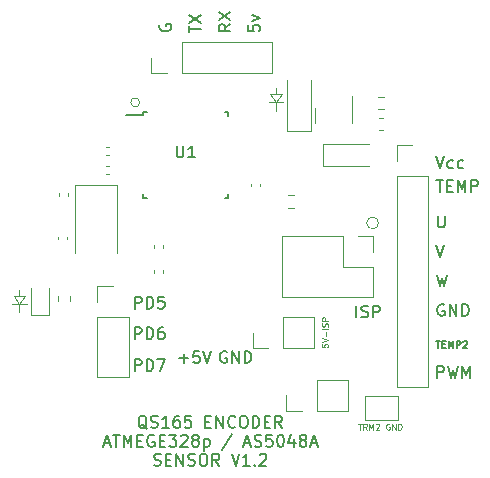
<source format=gbr>
%TF.GenerationSoftware,KiCad,Pcbnew,(6.0.7-1)-1*%
%TF.CreationDate,2023-01-06T18:56:56-05:00*%
%TF.ProjectId,atmega328,61746d65-6761-4333-9238-2e6b69636164,rev?*%
%TF.SameCoordinates,Original*%
%TF.FileFunction,Legend,Top*%
%TF.FilePolarity,Positive*%
%FSLAX46Y46*%
G04 Gerber Fmt 4.6, Leading zero omitted, Abs format (unit mm)*
G04 Created by KiCad (PCBNEW (6.0.7-1)-1) date 2023-01-06 18:56:56*
%MOMM*%
%LPD*%
G01*
G04 APERTURE LIST*
%ADD10C,0.150000*%
%ADD11C,0.120000*%
%ADD12C,0.125000*%
G04 APERTURE END LIST*
D10*
X157123809Y-109002380D02*
X157123809Y-108002380D01*
X157552380Y-108954761D02*
X157695238Y-109002380D01*
X157933333Y-109002380D01*
X158028571Y-108954761D01*
X158076190Y-108907142D01*
X158123809Y-108811904D01*
X158123809Y-108716666D01*
X158076190Y-108621428D01*
X158028571Y-108573809D01*
X157933333Y-108526190D01*
X157742857Y-108478571D01*
X157647619Y-108430952D01*
X157600000Y-108383333D01*
X157552380Y-108288095D01*
X157552380Y-108192857D01*
X157600000Y-108097619D01*
X157647619Y-108050000D01*
X157742857Y-108002380D01*
X157980952Y-108002380D01*
X158123809Y-108050000D01*
X158552380Y-109002380D02*
X158552380Y-108002380D01*
X158933333Y-108002380D01*
X159028571Y-108050000D01*
X159076190Y-108097619D01*
X159123809Y-108192857D01*
X159123809Y-108335714D01*
X159076190Y-108430952D01*
X159028571Y-108478571D01*
X158933333Y-108526190D01*
X158552380Y-108526190D01*
D11*
X150350000Y-90800000D02*
X150850000Y-90100000D01*
X150950000Y-90800000D02*
X150350000Y-90800000D01*
X149750000Y-90800000D02*
X150950000Y-90800000D01*
X149850000Y-90100000D02*
X150850000Y-90100000D01*
X149850000Y-90100000D02*
X150350000Y-90800000D01*
X150350000Y-90100000D02*
X150350000Y-89600000D01*
X150350000Y-89600000D02*
X150350000Y-90100000D01*
X150350000Y-91500000D02*
X150350000Y-90800000D01*
D12*
X154226190Y-111286904D02*
X154226190Y-111525000D01*
X154464285Y-111548809D01*
X154440476Y-111525000D01*
X154416666Y-111477380D01*
X154416666Y-111358333D01*
X154440476Y-111310714D01*
X154464285Y-111286904D01*
X154511904Y-111263095D01*
X154630952Y-111263095D01*
X154678571Y-111286904D01*
X154702380Y-111310714D01*
X154726190Y-111358333D01*
X154726190Y-111477380D01*
X154702380Y-111525000D01*
X154678571Y-111548809D01*
X154226190Y-111120238D02*
X154726190Y-110953571D01*
X154226190Y-110786904D01*
X154535714Y-110620238D02*
X154535714Y-110239285D01*
X154726190Y-110001190D02*
X154226190Y-110001190D01*
X154702380Y-109786904D02*
X154726190Y-109715476D01*
X154726190Y-109596428D01*
X154702380Y-109548809D01*
X154678571Y-109525000D01*
X154630952Y-109501190D01*
X154583333Y-109501190D01*
X154535714Y-109525000D01*
X154511904Y-109548809D01*
X154488095Y-109596428D01*
X154464285Y-109691666D01*
X154440476Y-109739285D01*
X154416666Y-109763095D01*
X154369047Y-109786904D01*
X154321428Y-109786904D01*
X154273809Y-109763095D01*
X154250000Y-109739285D01*
X154226190Y-109691666D01*
X154226190Y-109572619D01*
X154250000Y-109501190D01*
X154726190Y-109286904D02*
X154226190Y-109286904D01*
X154226190Y-109096428D01*
X154250000Y-109048809D01*
X154273809Y-109025000D01*
X154321428Y-109001190D01*
X154392857Y-109001190D01*
X154440476Y-109025000D01*
X154464285Y-109048809D01*
X154488095Y-109096428D01*
X154488095Y-109286904D01*
D10*
X164217860Y-96380950D02*
X164551190Y-95380950D01*
X165884530Y-95714280D02*
X166075000Y-95714280D01*
X142384290Y-95404760D02*
X142431900Y-95357140D01*
X145928570Y-84261900D02*
X145976190Y-84357140D01*
X165694050Y-95904760D02*
X165741670Y-95809520D01*
X138885710Y-107347620D02*
X138933330Y-107442860D01*
X139361900Y-113552380D02*
X139361900Y-112552380D01*
X145988100Y-112852380D02*
X146130960Y-112804760D01*
X143345240Y-112280950D02*
X143440480Y-112233330D01*
X148380950Y-84738090D02*
X148333330Y-84642860D01*
X165332150Y-111000000D02*
X165332150Y-111600000D01*
X138885710Y-110275950D02*
X138838100Y-110323570D01*
X164932150Y-111000000D02*
X165132150Y-111428570D01*
X165217860Y-96380950D02*
X165027380Y-96380950D01*
X166189290Y-111057140D02*
X166217860Y-111028570D01*
X139885710Y-113314290D02*
X139838100Y-113409520D01*
X143440480Y-112233330D02*
X143678570Y-112233330D01*
X148333330Y-84404760D02*
X148380950Y-84309520D01*
X139361900Y-107252380D02*
X139600000Y-107252380D01*
X145607150Y-112090480D02*
X145559530Y-112280950D01*
X139361900Y-112552380D02*
X139600000Y-112552380D01*
X139885710Y-110609290D02*
X139838100Y-110704520D01*
X164551190Y-108833330D02*
X164598810Y-108785710D01*
X164170240Y-107928570D02*
X164075000Y-108023810D01*
D11*
X128600000Y-108550000D02*
X128600000Y-107850000D01*
D10*
X165265480Y-98380950D02*
X164789290Y-98380950D01*
X166075000Y-108880950D02*
X166075000Y-107880950D01*
X166551190Y-108738090D02*
X166455960Y-108833330D01*
X138885710Y-107680950D02*
X138838100Y-107728570D01*
X167217860Y-97904760D02*
X166836910Y-97904760D01*
X138885710Y-109942620D02*
X138933330Y-110037860D01*
X143821430Y-111852380D02*
X143345240Y-111852380D01*
X139933330Y-110418810D02*
X139885710Y-110609290D01*
X166075000Y-95714280D02*
X166170240Y-95761900D01*
X140452380Y-84309520D02*
X140452380Y-84452380D01*
X146178570Y-112423810D02*
X145988100Y-112423810D01*
X148952380Y-83642860D02*
X148285710Y-83404760D01*
X164455960Y-107880950D02*
X164313100Y-107880950D01*
X143003330Y-94690480D02*
X142908100Y-94738100D01*
X142289050Y-95452380D02*
X142384290Y-95404760D01*
X139361900Y-108252380D02*
X139361900Y-107252380D01*
X139933330Y-113123810D02*
X139885710Y-113314290D01*
X164932150Y-95761900D02*
X165027380Y-95714280D01*
X165789290Y-95761900D02*
X165884530Y-95714280D01*
X164389290Y-111600000D02*
X164389290Y-111000000D01*
X138361900Y-109847380D02*
X138742860Y-109847380D01*
X147178570Y-112852380D02*
X147178570Y-111852380D01*
X164075000Y-108023810D02*
X164027380Y-108119050D01*
X146130960Y-112804760D02*
X146178570Y-112757140D01*
X165598810Y-108880950D02*
X165598810Y-107880950D01*
X148904760Y-84738090D02*
X148857140Y-84785710D01*
X148428570Y-84261900D02*
X148523810Y-84214290D01*
X166836910Y-98380950D02*
X166836910Y-97380950D01*
X139933330Y-107680950D02*
X139933330Y-107823810D01*
X140314290Y-110275950D02*
X140314290Y-110656900D01*
D11*
X138780000Y-90800000D02*
G75*
G03*
X138780000Y-90800000I-380000J0D01*
G01*
D10*
X165932150Y-111257140D02*
X165903570Y-111285710D01*
X164598810Y-101190470D02*
X164598810Y-100380950D01*
X147892860Y-111852380D02*
X148035720Y-111900000D01*
X148226190Y-112423810D02*
X148178570Y-112614290D01*
X145785710Y-84166670D02*
X145880950Y-84214290D01*
X165741670Y-95809520D02*
X165789290Y-95761900D01*
X142431900Y-95357140D02*
X142479520Y-95261900D01*
X140885710Y-110656900D02*
X140885710Y-110418810D01*
X143297620Y-112328570D02*
X143345240Y-112280950D01*
X148035720Y-111900000D02*
X148130960Y-111995240D01*
X145500000Y-84261900D02*
X145547620Y-84214290D01*
X143773810Y-112280950D02*
X143821430Y-112328570D01*
X144154760Y-111852380D02*
X144488100Y-112852380D01*
D11*
X128600000Y-106650000D02*
X128600000Y-107150000D01*
D10*
X145750000Y-111900000D02*
X145654760Y-111995240D01*
X146607150Y-112852380D02*
X146607150Y-111852380D01*
X148178570Y-112090480D02*
X148226190Y-112280950D01*
X165960720Y-111114280D02*
X165960720Y-111200000D01*
X140838100Y-110752140D02*
X140885710Y-110656900D01*
X164836910Y-95904760D02*
X164884530Y-95809520D01*
X148380950Y-84309520D02*
X148428570Y-84261900D01*
X164836910Y-96190470D02*
X164836910Y-95904760D01*
X140457140Y-109942620D02*
X140361900Y-110085480D01*
X143821430Y-112757140D02*
X143773810Y-112804760D01*
X164884530Y-96285710D02*
X164836910Y-96190470D01*
X166455960Y-108833330D02*
X166313100Y-108880950D01*
X139933330Y-107823810D02*
X139885710Y-108014290D01*
D11*
X128600000Y-107150000D02*
X128600000Y-106650000D01*
D10*
X140500000Y-84214290D02*
X140452380Y-84309520D01*
X165694050Y-97380950D02*
X166027380Y-98095240D01*
X146452380Y-84166670D02*
X145976190Y-84500000D01*
X148904760Y-84309520D02*
X148952380Y-84404760D01*
X148226190Y-112280950D02*
X148226190Y-112423810D01*
X140361900Y-107252380D02*
X140314290Y-107728570D01*
X165694050Y-96190470D02*
X165694050Y-95904760D01*
X140838100Y-107252380D02*
X140361900Y-107252380D01*
X140266670Y-112552380D02*
X140933330Y-112552380D01*
X165027380Y-96380950D02*
X164932150Y-96333330D01*
X139361900Y-110847380D02*
X139361900Y-109847380D01*
X143345240Y-112804760D02*
X143297620Y-112757140D01*
X164027380Y-108642860D02*
X164075000Y-108738090D01*
X140695240Y-107633330D02*
X140790480Y-107680950D01*
X141452380Y-84357140D02*
X141404760Y-84214290D01*
X139600000Y-107252380D02*
X139742860Y-107300000D01*
X143479520Y-95452380D02*
X142908100Y-95452380D01*
X145559530Y-112423810D02*
X145607150Y-112614290D01*
X165884530Y-96380950D02*
X165789290Y-96333330D01*
X140361900Y-110085480D02*
X140314290Y-110275950D01*
X165617860Y-111600000D02*
X165617860Y-111000000D01*
X164789290Y-97857140D02*
X165122620Y-97857140D01*
X163846430Y-111000000D02*
X164189290Y-111000000D01*
X166646430Y-108309520D02*
X166646430Y-108452380D01*
X164675000Y-111600000D02*
X164389290Y-111600000D01*
X138742860Y-112552380D02*
X138838100Y-112600000D01*
X166836910Y-97380950D02*
X167217860Y-97380950D01*
X164551190Y-106380950D02*
X164789290Y-105380950D01*
X166075000Y-107880950D02*
X166313100Y-107880950D01*
X167313100Y-97428570D02*
X167360720Y-97476190D01*
X146035720Y-111852380D02*
X145892860Y-111852380D01*
X166075000Y-96380950D02*
X165884530Y-96380950D01*
X148523810Y-84214290D02*
X148761900Y-84214290D01*
X142952380Y-84880950D02*
X142952380Y-84309520D01*
X164389290Y-111285710D02*
X164589290Y-111285710D01*
X143952380Y-84595240D02*
X142952380Y-84595240D01*
X140409520Y-110275950D02*
X140361900Y-110323570D01*
X139600000Y-109847380D02*
X139742860Y-109895000D01*
X144488100Y-112852380D02*
X144821430Y-111852380D01*
X165027380Y-95714280D02*
X165217860Y-95714280D01*
X138742860Y-110371190D02*
X138361900Y-110371190D01*
X138838100Y-113028570D02*
X138742860Y-113076190D01*
X148035720Y-112804760D02*
X147892860Y-112852380D01*
X166503570Y-111257140D02*
X166160720Y-111600000D01*
X145452380Y-84738100D02*
X145452380Y-84357140D01*
X167408340Y-97714280D02*
X167360720Y-97809520D01*
X140314290Y-107728570D02*
X140361900Y-107680950D01*
X166313100Y-108880950D02*
X166075000Y-108880950D01*
X139885710Y-108014290D02*
X139838100Y-108109520D01*
X140885710Y-108061900D02*
X140838100Y-108157140D01*
X164551190Y-107928570D02*
X164455960Y-107880950D01*
X145642860Y-84166670D02*
X145785710Y-84166670D01*
X139600000Y-113552380D02*
X139361900Y-113552380D01*
X166417860Y-111000000D02*
X166475000Y-111028570D01*
X167360720Y-97809520D02*
X167313100Y-97857140D01*
X166455960Y-107928570D02*
X166551190Y-108023810D01*
X148130960Y-111995240D02*
X148178570Y-112090480D01*
X166503570Y-111057140D02*
X166532150Y-111114280D01*
X142952380Y-84071430D02*
X143952380Y-83404760D01*
X139600000Y-112552380D02*
X139742860Y-112600000D01*
X146178570Y-112757140D02*
X146178570Y-112423810D01*
X138838100Y-110323570D02*
X138742860Y-110371190D01*
X165932150Y-111057140D02*
X165960720Y-111114280D01*
X143440480Y-112852380D02*
X143345240Y-112804760D01*
X165903570Y-111285710D02*
X165846430Y-111314280D01*
X140595240Y-84690480D02*
X140690480Y-84738090D01*
X166646430Y-108452380D02*
X166598810Y-108642860D01*
X139742860Y-110799760D02*
X139600000Y-110847380D01*
X140361900Y-110752140D02*
X140409520Y-110799760D01*
X138742860Y-107252380D02*
X138838100Y-107300000D01*
X145892860Y-111852380D02*
X145750000Y-111900000D01*
X164932150Y-111600000D02*
X164932150Y-111000000D01*
X164017860Y-111600000D02*
X164017860Y-111000000D01*
X146452380Y-84738100D02*
X145452380Y-84738100D01*
X145750000Y-112804760D02*
X145892860Y-112852380D01*
X138361900Y-112552380D02*
X138742860Y-112552380D01*
X145559530Y-112280950D02*
X145559530Y-112423810D01*
X147892860Y-112852380D02*
X147654760Y-112852380D01*
X164313100Y-108880950D02*
X164408340Y-108880950D01*
X145452380Y-83833330D02*
X146452380Y-83166670D01*
X139742860Y-107300000D02*
X139838100Y-107395240D01*
X139742860Y-113504760D02*
X139600000Y-113552380D01*
X140790480Y-110799760D02*
X140838100Y-110752140D01*
X141357140Y-84166670D02*
X141023810Y-84166670D01*
X139838100Y-113409520D02*
X139742860Y-113504760D01*
X164503570Y-101333330D02*
X164551190Y-101285710D01*
X138933330Y-110180710D02*
X138885710Y-110275950D01*
X145654760Y-112709520D02*
X145750000Y-112804760D01*
X165217860Y-95714280D02*
X165313100Y-95761900D01*
X141404760Y-84595240D02*
X141452380Y-84452380D01*
X145892860Y-112852380D02*
X145988100Y-112852380D01*
X141309520Y-84690480D02*
X141404760Y-84595240D01*
X143678570Y-112852380D02*
X143440480Y-112852380D01*
X140600000Y-109847380D02*
X140504760Y-109895000D01*
X163884530Y-95380950D02*
X164217860Y-96380950D01*
X148761900Y-84214290D02*
X148857140Y-84261900D01*
X164170240Y-108833330D02*
X164313100Y-108880950D01*
X165789290Y-96333330D02*
X165741670Y-96285710D01*
X141908100Y-95261900D02*
X141955710Y-95357140D01*
X164598810Y-108452380D02*
X164408340Y-108452380D01*
X138361900Y-107252380D02*
X138742860Y-107252380D01*
X140880950Y-84785710D02*
X141023810Y-84785710D01*
X139838100Y-107395240D02*
X139885710Y-107490480D01*
X166598810Y-108642860D02*
X166551190Y-108738090D01*
X164075000Y-101285710D02*
X164122620Y-101333330D01*
X165846430Y-111314280D02*
X165617860Y-111314280D01*
X139838100Y-112695240D02*
X139885710Y-112790480D01*
X143193810Y-94452380D02*
X143098570Y-94595240D01*
X139933330Y-110275950D02*
X139933330Y-110418810D01*
X139933330Y-112980950D02*
X139933330Y-113123810D01*
X141955710Y-95357140D02*
X142003330Y-95404760D01*
X164789290Y-98380950D02*
X164789290Y-97380950D01*
X141023810Y-84785710D02*
X141214290Y-84738090D01*
X148428570Y-84785710D02*
X148380950Y-84738090D01*
X166360720Y-97380950D02*
X166360720Y-98380950D01*
X145547620Y-84214290D02*
X145642860Y-84166670D01*
X165027380Y-108880950D02*
X165027380Y-107880950D01*
X148178570Y-112614290D02*
X148130960Y-112709520D01*
X140790480Y-108204760D02*
X140695240Y-108252380D01*
X166313100Y-107880950D02*
X166455960Y-107928570D01*
X138838100Y-112600000D02*
X138885710Y-112647620D01*
X145654760Y-111995240D02*
X145607150Y-112090480D01*
X148857140Y-84261900D02*
X148904760Y-84309520D01*
X148952380Y-84404760D02*
X148952380Y-84642860D01*
X143773810Y-112804760D02*
X143678570Y-112852380D01*
X165027380Y-107880950D02*
X165598810Y-108880950D01*
X141404760Y-84214290D02*
X141357140Y-84166670D01*
X140790480Y-109847380D02*
X140600000Y-109847380D01*
X140457140Y-108252380D02*
X140361900Y-108204760D01*
X145607150Y-112614290D02*
X145654760Y-112709520D01*
X138933330Y-107442860D02*
X138933330Y-107585710D01*
X138933330Y-110037860D02*
X138933330Y-110180710D01*
X139600000Y-110847380D02*
X139361900Y-110847380D01*
X142107150Y-112471430D02*
X142869050Y-112471430D01*
X140500000Y-84595240D02*
X140595240Y-84690480D01*
X166275000Y-111000000D02*
X166417860Y-111000000D01*
X138361900Y-110847380D02*
X138361900Y-109847380D01*
X164313100Y-107880950D02*
X164170240Y-107928570D01*
X138933330Y-112885710D02*
X138885710Y-112980950D01*
D11*
X128100000Y-107150000D02*
X128600000Y-107850000D01*
X128100000Y-107150000D02*
X129100000Y-107150000D01*
D10*
X139885710Y-112790480D02*
X139933330Y-112980950D01*
X138838100Y-107300000D02*
X138885710Y-107347620D01*
X147952380Y-84738090D02*
X148428570Y-84785710D01*
X140504760Y-110847380D02*
X140695240Y-110847380D01*
X140933330Y-112552380D02*
X140504760Y-113552380D01*
X146130960Y-111900000D02*
X146035720Y-111852380D01*
X148285710Y-83880950D02*
X148952380Y-83642860D01*
X142098570Y-95452380D02*
X142289050Y-95452380D01*
X165960720Y-111200000D02*
X165932150Y-111257140D01*
X141452380Y-84452380D02*
X141452380Y-84357140D01*
X166170240Y-96333330D02*
X166075000Y-96380950D01*
X143098570Y-94595240D02*
X143003330Y-94690480D01*
X164789290Y-97380950D02*
X165265480Y-97380950D01*
D11*
X128000000Y-107850000D02*
X129200000Y-107850000D01*
D10*
X139838100Y-109990240D02*
X139885710Y-110085480D01*
X138742860Y-113076190D02*
X138361900Y-113076190D01*
X140361900Y-108204760D02*
X140314290Y-108157140D01*
X143678570Y-112233330D02*
X143773810Y-112280950D01*
X145452380Y-83166670D02*
X146452380Y-83833330D01*
X143869050Y-112423810D02*
X143869050Y-112661900D01*
X164027380Y-101190470D02*
X164075000Y-101285710D01*
X142952380Y-83404760D02*
X143952380Y-84071430D01*
X140314290Y-110656900D02*
X140361900Y-110752140D01*
X147654760Y-112852380D02*
X147654760Y-111852380D01*
X138885710Y-112980950D02*
X138838100Y-113028570D01*
X166475000Y-111028570D02*
X166503570Y-111057140D01*
X165617860Y-111000000D02*
X165846430Y-111000000D01*
X142488100Y-112852380D02*
X142488100Y-112090480D01*
X148952380Y-84642860D02*
X148904760Y-84738090D01*
X167360720Y-97476190D02*
X167408340Y-97571430D01*
X163979760Y-108452380D02*
X164027380Y-108642860D01*
X146607150Y-111852380D02*
X147178570Y-112852380D01*
X138933330Y-112742860D02*
X138933330Y-112885710D01*
X141908100Y-94452380D02*
X141908100Y-95261900D01*
X147952380Y-84261900D02*
X147952380Y-84738090D01*
X142479520Y-95261900D02*
X142479520Y-94452380D01*
X140361900Y-110323570D02*
X140314290Y-110418810D01*
X138742860Y-107776190D02*
X138361900Y-107776190D01*
X164027380Y-108119050D02*
X163979760Y-108309520D01*
X140838100Y-108157140D02*
X140790480Y-108204760D01*
X145452380Y-84357140D02*
X145500000Y-84261900D01*
X140695240Y-108252380D02*
X140457140Y-108252380D01*
X138742860Y-109847380D02*
X138838100Y-109895000D01*
X143193810Y-95452380D02*
X143193810Y-94452380D01*
X140838100Y-107728570D02*
X140885710Y-107823810D01*
X164389290Y-111000000D02*
X164675000Y-111000000D01*
X139742860Y-109895000D02*
X139838100Y-109990240D01*
X165846430Y-111000000D02*
X165903570Y-111028570D01*
X143869050Y-112661900D02*
X143821430Y-112757140D01*
X141214290Y-84738090D02*
X141309520Y-84690480D01*
X166217860Y-111028570D02*
X166275000Y-111000000D01*
X163884530Y-102880950D02*
X164217860Y-103880950D01*
X138361900Y-108252380D02*
X138361900Y-107252380D01*
X140885710Y-110418810D02*
X140838100Y-110323570D01*
X164408340Y-108880950D02*
X164551190Y-108833330D01*
X138933330Y-107585710D02*
X138885710Y-107680950D01*
X166551190Y-108023810D02*
X166598810Y-108119050D01*
X138885710Y-112647620D02*
X138933330Y-112742860D01*
X140409520Y-110799760D02*
X140504760Y-110847380D01*
X139600000Y-108252380D02*
X139361900Y-108252380D01*
X167313100Y-97857140D02*
X167217860Y-97904760D01*
X164408340Y-101380950D02*
X164503570Y-101333330D01*
X165694050Y-98380950D02*
X165694050Y-97380950D01*
X148333330Y-84642860D02*
X148333330Y-84404760D01*
X140790480Y-107680950D02*
X140838100Y-107728570D01*
X163932150Y-105380950D02*
X164170240Y-106380950D01*
X140457140Y-107633330D02*
X140695240Y-107633330D01*
X139742860Y-112600000D02*
X139838100Y-112695240D01*
X166532150Y-111171430D02*
X166503570Y-111257140D01*
X164551190Y-101285710D02*
X164598810Y-101190470D01*
X140790480Y-110275950D02*
X140695240Y-110228330D01*
X164360720Y-105666670D02*
X164551190Y-106380950D01*
X147654760Y-111852380D02*
X147892860Y-111852380D01*
X138361900Y-113552380D02*
X138361900Y-112552380D01*
X167217860Y-97380950D02*
X167313100Y-97428570D01*
X165132150Y-111428570D02*
X165332150Y-111000000D01*
X139885710Y-107490480D02*
X139933330Y-107680950D01*
X139742860Y-108204760D02*
X139600000Y-108252380D01*
X140695240Y-110847380D02*
X140790480Y-110799760D01*
X138838100Y-109895000D02*
X138885710Y-109942620D01*
X145880950Y-84214290D02*
X145928570Y-84261900D01*
X148130960Y-112709520D02*
X148035720Y-112804760D01*
X140690480Y-84738090D02*
X140880950Y-84785710D01*
X140695240Y-110228330D02*
X140504760Y-110228330D01*
X166027380Y-98095240D02*
X166360720Y-97380950D01*
X166598810Y-108119050D02*
X166646430Y-108309520D01*
X139838100Y-110704520D02*
X139742860Y-110799760D01*
X140885710Y-107823810D02*
X140885710Y-108061900D01*
X138838100Y-107728570D02*
X138742860Y-107776190D01*
X164884530Y-95809520D02*
X164932150Y-95761900D01*
X166160720Y-111600000D02*
X166532150Y-111600000D01*
X139361900Y-109847380D02*
X139600000Y-109847380D01*
X164075000Y-108738090D02*
X164170240Y-108833330D01*
X164122620Y-101333330D02*
X164217860Y-101380950D01*
X163979760Y-108309520D02*
X163979760Y-108452380D01*
X163884530Y-97380950D02*
X164455960Y-97380950D01*
X140838100Y-110323570D02*
X140790480Y-110275950D01*
X165903570Y-111028570D02*
X165932150Y-111057140D01*
X139838100Y-108109520D02*
X139742860Y-108204760D01*
X165313100Y-96333330D02*
X165217860Y-96380950D01*
X164027380Y-100380950D02*
X164027380Y-101190470D01*
D11*
X129200000Y-107850000D02*
X128600000Y-107850000D01*
D10*
X167408340Y-97571430D02*
X167408340Y-97714280D01*
X164217860Y-101380950D02*
X164408340Y-101380950D01*
X165741670Y-96285710D02*
X165694050Y-96190470D01*
D11*
X128600000Y-107850000D02*
X129100000Y-107150000D01*
D10*
X142003330Y-95404760D02*
X142098570Y-95452380D01*
X141023810Y-84166670D02*
X141023810Y-84357140D01*
X140504760Y-110228330D02*
X140409520Y-110275950D01*
X164932150Y-96333330D02*
X164884530Y-96285710D01*
X140452380Y-84452380D02*
X140500000Y-84595240D01*
X145976190Y-84357140D02*
X145976190Y-84738100D01*
X139885710Y-110085480D02*
X139933330Y-110275950D01*
X166532150Y-111114280D02*
X166532150Y-111171430D01*
X140504760Y-109895000D02*
X140457140Y-109942620D01*
X164598810Y-108785710D02*
X164598810Y-108452380D01*
X140361900Y-107680950D02*
X140457140Y-107633330D01*
X164217860Y-103880950D02*
X164551190Y-102880950D01*
X143821430Y-112328570D02*
X143869050Y-112423810D01*
D11*
X159000000Y-101000000D02*
G75*
G03*
X159000000Y-101000000I-500000J0D01*
G01*
D10*
X143345240Y-111852380D02*
X143297620Y-112328570D01*
X164170240Y-98380950D02*
X164170240Y-97380950D01*
X164170240Y-106380950D02*
X164360720Y-105666670D01*
D12*
X157272752Y-118009790D02*
X157558466Y-118009790D01*
X157415609Y-118509790D02*
X157415609Y-118009790D01*
X158010847Y-118509790D02*
X157844180Y-118271695D01*
X157725133Y-118509790D02*
X157725133Y-118009790D01*
X157915609Y-118009790D01*
X157963228Y-118033600D01*
X157987038Y-118057409D01*
X158010847Y-118105028D01*
X158010847Y-118176457D01*
X157987038Y-118224076D01*
X157963228Y-118247885D01*
X157915609Y-118271695D01*
X157725133Y-118271695D01*
X158225133Y-118509790D02*
X158225133Y-118009790D01*
X158391800Y-118366933D01*
X158558466Y-118009790D01*
X158558466Y-118509790D01*
X158772752Y-118057409D02*
X158796561Y-118033600D01*
X158844180Y-118009790D01*
X158963228Y-118009790D01*
X159010847Y-118033600D01*
X159034657Y-118057409D01*
X159058466Y-118105028D01*
X159058466Y-118152647D01*
X159034657Y-118224076D01*
X158748942Y-118509790D01*
X159058466Y-118509790D01*
X159915609Y-118033600D02*
X159867990Y-118009790D01*
X159796561Y-118009790D01*
X159725133Y-118033600D01*
X159677514Y-118081219D01*
X159653704Y-118128838D01*
X159629895Y-118224076D01*
X159629895Y-118295504D01*
X159653704Y-118390742D01*
X159677514Y-118438361D01*
X159725133Y-118485980D01*
X159796561Y-118509790D01*
X159844180Y-118509790D01*
X159915609Y-118485980D01*
X159939419Y-118462171D01*
X159939419Y-118295504D01*
X159844180Y-118295504D01*
X160153704Y-118509790D02*
X160153704Y-118009790D01*
X160439419Y-118509790D01*
X160439419Y-118009790D01*
X160677514Y-118509790D02*
X160677514Y-118009790D01*
X160796561Y-118009790D01*
X160867990Y-118033600D01*
X160915609Y-118081219D01*
X160939419Y-118128838D01*
X160963228Y-118224076D01*
X160963228Y-118295504D01*
X160939419Y-118390742D01*
X160915609Y-118438361D01*
X160867990Y-118485980D01*
X160796561Y-118509790D01*
X160677514Y-118509790D01*
D10*
X163963098Y-114130950D02*
X163963098Y-113130950D01*
X164344050Y-113130950D01*
X164439288Y-113178570D01*
X164486907Y-113226189D01*
X164534526Y-113321427D01*
X164534526Y-113464284D01*
X164486907Y-113559522D01*
X164439288Y-113607141D01*
X164344050Y-113654760D01*
X163963098Y-113654760D01*
X164867860Y-113130950D02*
X165105955Y-114130950D01*
X165296431Y-113416665D01*
X165486907Y-114130950D01*
X165725002Y-113130950D01*
X166105955Y-114130950D02*
X166105955Y-113130950D01*
X166439288Y-113845236D01*
X166772621Y-113130950D01*
X166772621Y-114130950D01*
X139392857Y-118437619D02*
X139297619Y-118390000D01*
X139202380Y-118294761D01*
X139059523Y-118151904D01*
X138964285Y-118104285D01*
X138869047Y-118104285D01*
X138916666Y-118342380D02*
X138821428Y-118294761D01*
X138726190Y-118199523D01*
X138678571Y-118009047D01*
X138678571Y-117675714D01*
X138726190Y-117485238D01*
X138821428Y-117390000D01*
X138916666Y-117342380D01*
X139107142Y-117342380D01*
X139202380Y-117390000D01*
X139297619Y-117485238D01*
X139345238Y-117675714D01*
X139345238Y-118009047D01*
X139297619Y-118199523D01*
X139202380Y-118294761D01*
X139107142Y-118342380D01*
X138916666Y-118342380D01*
X139726190Y-118294761D02*
X139869047Y-118342380D01*
X140107142Y-118342380D01*
X140202380Y-118294761D01*
X140250000Y-118247142D01*
X140297619Y-118151904D01*
X140297619Y-118056666D01*
X140250000Y-117961428D01*
X140202380Y-117913809D01*
X140107142Y-117866190D01*
X139916666Y-117818571D01*
X139821428Y-117770952D01*
X139773809Y-117723333D01*
X139726190Y-117628095D01*
X139726190Y-117532857D01*
X139773809Y-117437619D01*
X139821428Y-117390000D01*
X139916666Y-117342380D01*
X140154761Y-117342380D01*
X140297619Y-117390000D01*
X141250000Y-118342380D02*
X140678571Y-118342380D01*
X140964285Y-118342380D02*
X140964285Y-117342380D01*
X140869047Y-117485238D01*
X140773809Y-117580476D01*
X140678571Y-117628095D01*
X142107142Y-117342380D02*
X141916666Y-117342380D01*
X141821428Y-117390000D01*
X141773809Y-117437619D01*
X141678571Y-117580476D01*
X141630952Y-117770952D01*
X141630952Y-118151904D01*
X141678571Y-118247142D01*
X141726190Y-118294761D01*
X141821428Y-118342380D01*
X142011904Y-118342380D01*
X142107142Y-118294761D01*
X142154761Y-118247142D01*
X142202380Y-118151904D01*
X142202380Y-117913809D01*
X142154761Y-117818571D01*
X142107142Y-117770952D01*
X142011904Y-117723333D01*
X141821428Y-117723333D01*
X141726190Y-117770952D01*
X141678571Y-117818571D01*
X141630952Y-117913809D01*
X143107142Y-117342380D02*
X142630952Y-117342380D01*
X142583333Y-117818571D01*
X142630952Y-117770952D01*
X142726190Y-117723333D01*
X142964285Y-117723333D01*
X143059523Y-117770952D01*
X143107142Y-117818571D01*
X143154761Y-117913809D01*
X143154761Y-118151904D01*
X143107142Y-118247142D01*
X143059523Y-118294761D01*
X142964285Y-118342380D01*
X142726190Y-118342380D01*
X142630952Y-118294761D01*
X142583333Y-118247142D01*
X144345238Y-117818571D02*
X144678571Y-117818571D01*
X144821428Y-118342380D02*
X144345238Y-118342380D01*
X144345238Y-117342380D01*
X144821428Y-117342380D01*
X145250000Y-118342380D02*
X145250000Y-117342380D01*
X145821428Y-118342380D01*
X145821428Y-117342380D01*
X146869047Y-118247142D02*
X146821428Y-118294761D01*
X146678571Y-118342380D01*
X146583333Y-118342380D01*
X146440476Y-118294761D01*
X146345238Y-118199523D01*
X146297619Y-118104285D01*
X146250000Y-117913809D01*
X146250000Y-117770952D01*
X146297619Y-117580476D01*
X146345238Y-117485238D01*
X146440476Y-117390000D01*
X146583333Y-117342380D01*
X146678571Y-117342380D01*
X146821428Y-117390000D01*
X146869047Y-117437619D01*
X147488095Y-117342380D02*
X147678571Y-117342380D01*
X147773809Y-117390000D01*
X147869047Y-117485238D01*
X147916666Y-117675714D01*
X147916666Y-118009047D01*
X147869047Y-118199523D01*
X147773809Y-118294761D01*
X147678571Y-118342380D01*
X147488095Y-118342380D01*
X147392857Y-118294761D01*
X147297619Y-118199523D01*
X147250000Y-118009047D01*
X147250000Y-117675714D01*
X147297619Y-117485238D01*
X147392857Y-117390000D01*
X147488095Y-117342380D01*
X148345238Y-118342380D02*
X148345238Y-117342380D01*
X148583333Y-117342380D01*
X148726190Y-117390000D01*
X148821428Y-117485238D01*
X148869047Y-117580476D01*
X148916666Y-117770952D01*
X148916666Y-117913809D01*
X148869047Y-118104285D01*
X148821428Y-118199523D01*
X148726190Y-118294761D01*
X148583333Y-118342380D01*
X148345238Y-118342380D01*
X149345238Y-117818571D02*
X149678571Y-117818571D01*
X149821428Y-118342380D02*
X149345238Y-118342380D01*
X149345238Y-117342380D01*
X149821428Y-117342380D01*
X150821428Y-118342380D02*
X150488095Y-117866190D01*
X150250000Y-118342380D02*
X150250000Y-117342380D01*
X150630952Y-117342380D01*
X150726190Y-117390000D01*
X150773809Y-117437619D01*
X150821428Y-117532857D01*
X150821428Y-117675714D01*
X150773809Y-117770952D01*
X150726190Y-117818571D01*
X150630952Y-117866190D01*
X150250000Y-117866190D01*
X135750000Y-119666666D02*
X136226190Y-119666666D01*
X135654761Y-119952380D02*
X135988095Y-118952380D01*
X136321428Y-119952380D01*
X136511904Y-118952380D02*
X137083333Y-118952380D01*
X136797619Y-119952380D02*
X136797619Y-118952380D01*
X137416666Y-119952380D02*
X137416666Y-118952380D01*
X137750000Y-119666666D01*
X138083333Y-118952380D01*
X138083333Y-119952380D01*
X138559523Y-119428571D02*
X138892857Y-119428571D01*
X139035714Y-119952380D02*
X138559523Y-119952380D01*
X138559523Y-118952380D01*
X139035714Y-118952380D01*
X139988095Y-119000000D02*
X139892857Y-118952380D01*
X139750000Y-118952380D01*
X139607142Y-119000000D01*
X139511904Y-119095238D01*
X139464285Y-119190476D01*
X139416666Y-119380952D01*
X139416666Y-119523809D01*
X139464285Y-119714285D01*
X139511904Y-119809523D01*
X139607142Y-119904761D01*
X139750000Y-119952380D01*
X139845238Y-119952380D01*
X139988095Y-119904761D01*
X140035714Y-119857142D01*
X140035714Y-119523809D01*
X139845238Y-119523809D01*
X140464285Y-119428571D02*
X140797619Y-119428571D01*
X140940476Y-119952380D02*
X140464285Y-119952380D01*
X140464285Y-118952380D01*
X140940476Y-118952380D01*
X141273809Y-118952380D02*
X141892857Y-118952380D01*
X141559523Y-119333333D01*
X141702380Y-119333333D01*
X141797619Y-119380952D01*
X141845238Y-119428571D01*
X141892857Y-119523809D01*
X141892857Y-119761904D01*
X141845238Y-119857142D01*
X141797619Y-119904761D01*
X141702380Y-119952380D01*
X141416666Y-119952380D01*
X141321428Y-119904761D01*
X141273809Y-119857142D01*
X142273809Y-119047619D02*
X142321428Y-119000000D01*
X142416666Y-118952380D01*
X142654761Y-118952380D01*
X142750000Y-119000000D01*
X142797619Y-119047619D01*
X142845238Y-119142857D01*
X142845238Y-119238095D01*
X142797619Y-119380952D01*
X142226190Y-119952380D01*
X142845238Y-119952380D01*
X143416666Y-119380952D02*
X143321428Y-119333333D01*
X143273809Y-119285714D01*
X143226190Y-119190476D01*
X143226190Y-119142857D01*
X143273809Y-119047619D01*
X143321428Y-119000000D01*
X143416666Y-118952380D01*
X143607142Y-118952380D01*
X143702380Y-119000000D01*
X143750000Y-119047619D01*
X143797619Y-119142857D01*
X143797619Y-119190476D01*
X143750000Y-119285714D01*
X143702380Y-119333333D01*
X143607142Y-119380952D01*
X143416666Y-119380952D01*
X143321428Y-119428571D01*
X143273809Y-119476190D01*
X143226190Y-119571428D01*
X143226190Y-119761904D01*
X143273809Y-119857142D01*
X143321428Y-119904761D01*
X143416666Y-119952380D01*
X143607142Y-119952380D01*
X143702380Y-119904761D01*
X143750000Y-119857142D01*
X143797619Y-119761904D01*
X143797619Y-119571428D01*
X143750000Y-119476190D01*
X143702380Y-119428571D01*
X143607142Y-119380952D01*
X144226190Y-119285714D02*
X144226190Y-120285714D01*
X144226190Y-119333333D02*
X144321428Y-119285714D01*
X144511904Y-119285714D01*
X144607142Y-119333333D01*
X144654761Y-119380952D01*
X144702380Y-119476190D01*
X144702380Y-119761904D01*
X144654761Y-119857142D01*
X144607142Y-119904761D01*
X144511904Y-119952380D01*
X144321428Y-119952380D01*
X144226190Y-119904761D01*
X146607142Y-118904761D02*
X145750000Y-120190476D01*
X147654761Y-119666666D02*
X148130952Y-119666666D01*
X147559523Y-119952380D02*
X147892857Y-118952380D01*
X148226190Y-119952380D01*
X148511904Y-119904761D02*
X148654761Y-119952380D01*
X148892857Y-119952380D01*
X148988095Y-119904761D01*
X149035714Y-119857142D01*
X149083333Y-119761904D01*
X149083333Y-119666666D01*
X149035714Y-119571428D01*
X148988095Y-119523809D01*
X148892857Y-119476190D01*
X148702380Y-119428571D01*
X148607142Y-119380952D01*
X148559523Y-119333333D01*
X148511904Y-119238095D01*
X148511904Y-119142857D01*
X148559523Y-119047619D01*
X148607142Y-119000000D01*
X148702380Y-118952380D01*
X148940476Y-118952380D01*
X149083333Y-119000000D01*
X149988095Y-118952380D02*
X149511904Y-118952380D01*
X149464285Y-119428571D01*
X149511904Y-119380952D01*
X149607142Y-119333333D01*
X149845238Y-119333333D01*
X149940476Y-119380952D01*
X149988095Y-119428571D01*
X150035714Y-119523809D01*
X150035714Y-119761904D01*
X149988095Y-119857142D01*
X149940476Y-119904761D01*
X149845238Y-119952380D01*
X149607142Y-119952380D01*
X149511904Y-119904761D01*
X149464285Y-119857142D01*
X150654761Y-118952380D02*
X150750000Y-118952380D01*
X150845238Y-119000000D01*
X150892857Y-119047619D01*
X150940476Y-119142857D01*
X150988095Y-119333333D01*
X150988095Y-119571428D01*
X150940476Y-119761904D01*
X150892857Y-119857142D01*
X150845238Y-119904761D01*
X150750000Y-119952380D01*
X150654761Y-119952380D01*
X150559523Y-119904761D01*
X150511904Y-119857142D01*
X150464285Y-119761904D01*
X150416666Y-119571428D01*
X150416666Y-119333333D01*
X150464285Y-119142857D01*
X150511904Y-119047619D01*
X150559523Y-119000000D01*
X150654761Y-118952380D01*
X151845238Y-119285714D02*
X151845238Y-119952380D01*
X151607142Y-118904761D02*
X151369047Y-119619047D01*
X151988095Y-119619047D01*
X152511904Y-119380952D02*
X152416666Y-119333333D01*
X152369047Y-119285714D01*
X152321428Y-119190476D01*
X152321428Y-119142857D01*
X152369047Y-119047619D01*
X152416666Y-119000000D01*
X152511904Y-118952380D01*
X152702380Y-118952380D01*
X152797619Y-119000000D01*
X152845238Y-119047619D01*
X152892857Y-119142857D01*
X152892857Y-119190476D01*
X152845238Y-119285714D01*
X152797619Y-119333333D01*
X152702380Y-119380952D01*
X152511904Y-119380952D01*
X152416666Y-119428571D01*
X152369047Y-119476190D01*
X152321428Y-119571428D01*
X152321428Y-119761904D01*
X152369047Y-119857142D01*
X152416666Y-119904761D01*
X152511904Y-119952380D01*
X152702380Y-119952380D01*
X152797619Y-119904761D01*
X152845238Y-119857142D01*
X152892857Y-119761904D01*
X152892857Y-119571428D01*
X152845238Y-119476190D01*
X152797619Y-119428571D01*
X152702380Y-119380952D01*
X153273809Y-119666666D02*
X153750000Y-119666666D01*
X153178571Y-119952380D02*
X153511904Y-118952380D01*
X153845238Y-119952380D01*
X139988095Y-121514761D02*
X140130952Y-121562380D01*
X140369047Y-121562380D01*
X140464285Y-121514761D01*
X140511904Y-121467142D01*
X140559523Y-121371904D01*
X140559523Y-121276666D01*
X140511904Y-121181428D01*
X140464285Y-121133809D01*
X140369047Y-121086190D01*
X140178571Y-121038571D01*
X140083333Y-120990952D01*
X140035714Y-120943333D01*
X139988095Y-120848095D01*
X139988095Y-120752857D01*
X140035714Y-120657619D01*
X140083333Y-120610000D01*
X140178571Y-120562380D01*
X140416666Y-120562380D01*
X140559523Y-120610000D01*
X140988095Y-121038571D02*
X141321428Y-121038571D01*
X141464285Y-121562380D02*
X140988095Y-121562380D01*
X140988095Y-120562380D01*
X141464285Y-120562380D01*
X141892857Y-121562380D02*
X141892857Y-120562380D01*
X142464285Y-121562380D01*
X142464285Y-120562380D01*
X142892857Y-121514761D02*
X143035714Y-121562380D01*
X143273809Y-121562380D01*
X143369047Y-121514761D01*
X143416666Y-121467142D01*
X143464285Y-121371904D01*
X143464285Y-121276666D01*
X143416666Y-121181428D01*
X143369047Y-121133809D01*
X143273809Y-121086190D01*
X143083333Y-121038571D01*
X142988095Y-120990952D01*
X142940476Y-120943333D01*
X142892857Y-120848095D01*
X142892857Y-120752857D01*
X142940476Y-120657619D01*
X142988095Y-120610000D01*
X143083333Y-120562380D01*
X143321428Y-120562380D01*
X143464285Y-120610000D01*
X144083333Y-120562380D02*
X144273809Y-120562380D01*
X144369047Y-120610000D01*
X144464285Y-120705238D01*
X144511904Y-120895714D01*
X144511904Y-121229047D01*
X144464285Y-121419523D01*
X144369047Y-121514761D01*
X144273809Y-121562380D01*
X144083333Y-121562380D01*
X143988095Y-121514761D01*
X143892857Y-121419523D01*
X143845238Y-121229047D01*
X143845238Y-120895714D01*
X143892857Y-120705238D01*
X143988095Y-120610000D01*
X144083333Y-120562380D01*
X145511904Y-121562380D02*
X145178571Y-121086190D01*
X144940476Y-121562380D02*
X144940476Y-120562380D01*
X145321428Y-120562380D01*
X145416666Y-120610000D01*
X145464285Y-120657619D01*
X145511904Y-120752857D01*
X145511904Y-120895714D01*
X145464285Y-120990952D01*
X145416666Y-121038571D01*
X145321428Y-121086190D01*
X144940476Y-121086190D01*
X146559523Y-120562380D02*
X146892857Y-121562380D01*
X147226190Y-120562380D01*
X148083333Y-121562380D02*
X147511904Y-121562380D01*
X147797619Y-121562380D02*
X147797619Y-120562380D01*
X147702380Y-120705238D01*
X147607142Y-120800476D01*
X147511904Y-120848095D01*
X148511904Y-121467142D02*
X148559523Y-121514761D01*
X148511904Y-121562380D01*
X148464285Y-121514761D01*
X148511904Y-121467142D01*
X148511904Y-121562380D01*
X148940476Y-120657619D02*
X148988095Y-120610000D01*
X149083333Y-120562380D01*
X149321428Y-120562380D01*
X149416666Y-120610000D01*
X149464285Y-120657619D01*
X149511904Y-120752857D01*
X149511904Y-120848095D01*
X149464285Y-120990952D01*
X148892857Y-121562380D01*
X149511904Y-121562380D01*
%TO.C,*%
D11*
%TO.C,C9*%
X140710000Y-103107836D02*
X140710000Y-102892164D01*
X139990000Y-103107836D02*
X139990000Y-102892164D01*
%TO.C,Y1*%
X136884800Y-103564400D02*
X136884800Y-97814400D01*
X133284800Y-97814400D02*
X133284800Y-103564400D01*
X136884800Y-97814400D02*
X133284800Y-97814400D01*
%TO.C,J3*%
X153795000Y-116930000D02*
X156395000Y-116930000D01*
X153795000Y-114270000D02*
X156395000Y-114270000D01*
X156395000Y-116930000D02*
X156395000Y-114270000D01*
X153795000Y-116930000D02*
X153795000Y-114270000D01*
X152525000Y-116930000D02*
X151195000Y-116930000D01*
X151195000Y-116930000D02*
X151195000Y-115600000D01*
%TO.C,J6*%
X150945000Y-108970000D02*
X153545000Y-108970000D01*
X148345000Y-111630000D02*
X148345000Y-110300000D01*
X150945000Y-111630000D02*
X150945000Y-108970000D01*
X150945000Y-111630000D02*
X153545000Y-111630000D01*
X153545000Y-111630000D02*
X153545000Y-108970000D01*
X149675000Y-111630000D02*
X148345000Y-111630000D01*
%TO.C,JP1*%
X160650000Y-117700000D02*
X157850000Y-117700000D01*
X160650000Y-115700000D02*
X160650000Y-117700000D01*
X157850000Y-117700000D02*
X157850000Y-115700000D01*
X157850000Y-115700000D02*
X160650000Y-115700000D01*
%TO.C,J1*%
X139720000Y-88330000D02*
X139720000Y-87000000D01*
X142320000Y-88330000D02*
X150000000Y-88330000D01*
X142320000Y-85670000D02*
X150000000Y-85670000D01*
X150000000Y-88330000D02*
X150000000Y-85670000D01*
X141050000Y-88330000D02*
X139720000Y-88330000D01*
X142320000Y-88330000D02*
X142320000Y-85670000D01*
%TO.C,J5*%
X160537860Y-114888570D02*
X163197860Y-114888570D01*
X160537860Y-94448570D02*
X161867860Y-94448570D01*
X160537860Y-97048570D02*
X163197860Y-97048570D01*
X163197860Y-97048570D02*
X163197860Y-114888570D01*
X160537860Y-95778570D02*
X160537860Y-94448570D01*
X160537860Y-97048570D02*
X160537860Y-114888570D01*
%TO.C,D2*%
X131061800Y-108825200D02*
X131061800Y-106540200D01*
X129591800Y-108825200D02*
X131061800Y-108825200D01*
X129591800Y-106540200D02*
X129591800Y-108825200D01*
%TO.C,R1*%
X158972542Y-90311900D02*
X159447058Y-90311900D01*
X158972542Y-91356900D02*
X159447058Y-91356900D01*
D10*
%TO.C,U1*%
X146295000Y-98885000D02*
X145970000Y-98885000D01*
X139045000Y-98885000D02*
X139045000Y-98560000D01*
X146295000Y-91635000D02*
X145970000Y-91635000D01*
X146295000Y-91635000D02*
X146295000Y-91960000D01*
X139045000Y-91635000D02*
X139370000Y-91635000D01*
X139045000Y-91860000D02*
X137620000Y-91860000D01*
X139045000Y-98885000D02*
X139370000Y-98885000D01*
X146295000Y-98885000D02*
X146295000Y-98560000D01*
X139045000Y-91635000D02*
X139045000Y-91860000D01*
D11*
%TO.C,C5*%
X136157836Y-96165000D02*
X135942164Y-96165000D01*
X136157836Y-96885000D02*
X135942164Y-96885000D01*
%TO.C,C3*%
X148230000Y-97682164D02*
X148230000Y-97897836D01*
X148950000Y-97682164D02*
X148950000Y-97897836D01*
%TO.C,C1*%
X159059220Y-93134400D02*
X159340380Y-93134400D01*
X159059220Y-92114400D02*
X159340380Y-92114400D01*
%TO.C,ISP1*%
X158565800Y-102104000D02*
X157235800Y-102104000D01*
X158565800Y-107304000D02*
X158565800Y-104704000D01*
X158565800Y-103434000D02*
X158565800Y-102104000D01*
X158565800Y-107304000D02*
X150825800Y-107304000D01*
X150825800Y-107304000D02*
X150825800Y-102104000D01*
X155965800Y-102104000D02*
X150825800Y-102104000D01*
X158565800Y-104704000D02*
X155965800Y-104704000D01*
X155965800Y-104704000D02*
X155965800Y-102104000D01*
%TO.C,C6*%
X131974800Y-98707236D02*
X131974800Y-98491564D01*
X132694800Y-98707236D02*
X132694800Y-98491564D01*
%TO.C,C2*%
X154264800Y-94314400D02*
X154264800Y-96184400D01*
X158174800Y-94314400D02*
X154264800Y-94314400D01*
X154264800Y-96184400D02*
X158174800Y-96184400D01*
%TO.C,R2*%
X151337742Y-98677500D02*
X151812258Y-98677500D01*
X151337742Y-99722500D02*
X151812258Y-99722500D01*
%TO.C,C7*%
X131900000Y-102407836D02*
X131900000Y-102192164D01*
X132620000Y-102407836D02*
X132620000Y-102192164D01*
%TO.C,R3*%
X131827300Y-107162142D02*
X131827300Y-107636658D01*
X132872300Y-107162142D02*
X132872300Y-107636658D01*
%TO.C,C4*%
X136147836Y-94570000D02*
X135932164Y-94570000D01*
X136147836Y-95290000D02*
X135932164Y-95290000D01*
%TO.C,C8*%
X139990000Y-104992164D02*
X139990000Y-105207836D01*
X140710000Y-104992164D02*
X140710000Y-105207836D01*
%TO.C,Q1*%
X153614800Y-91934400D02*
X153614800Y-92584400D01*
X153614800Y-91934400D02*
X153614800Y-91284400D01*
X156734800Y-91934400D02*
X156734800Y-92584400D01*
X156734800Y-91934400D02*
X156734800Y-90259400D01*
%TO.C,D1*%
X153250000Y-93200000D02*
X153250000Y-88900000D01*
X151250000Y-93200000D02*
X153250000Y-93200000D01*
X151250000Y-88900000D02*
X151250000Y-93200000D01*
%TO.C,J4*%
X135194400Y-108930000D02*
X135194400Y-114070000D01*
X135194400Y-114070000D02*
X137854400Y-114070000D01*
X137854400Y-108930000D02*
X137854400Y-114070000D01*
X135194400Y-107660000D02*
X135194400Y-106330000D01*
X135194400Y-106330000D02*
X136524400Y-106330000D01*
X135194400Y-108930000D02*
X137854400Y-108930000D01*
%TD*%
M02*

</source>
